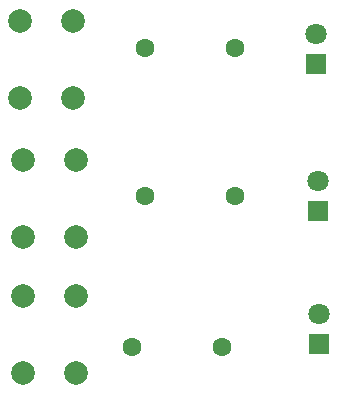
<source format=gbs>
G04 #@! TF.GenerationSoftware,KiCad,Pcbnew,9.0.2*
G04 #@! TF.CreationDate,2025-05-20T16:04:07-06:00*
G04 #@! TF.ProjectId,test_kicad,74657374-5f6b-4696-9361-642e6b696361,rev?*
G04 #@! TF.SameCoordinates,Original*
G04 #@! TF.FileFunction,Soldermask,Bot*
G04 #@! TF.FilePolarity,Negative*
%FSLAX46Y46*%
G04 Gerber Fmt 4.6, Leading zero omitted, Abs format (unit mm)*
G04 Created by KiCad (PCBNEW 9.0.2) date 2025-05-20 16:04:07*
%MOMM*%
%LPD*%
G01*
G04 APERTURE LIST*
%ADD10C,1.800000*%
%ADD11R,1.800000X1.800000*%
%ADD12C,2.000000*%
%ADD13C,1.600000*%
G04 APERTURE END LIST*
D10*
G04 #@! TO.C,D1*
X157800000Y-54800000D03*
D11*
X157800000Y-57340000D03*
G04 #@! TD*
D12*
G04 #@! TO.C,SW3*
X133000000Y-83500000D03*
X133000000Y-77000000D03*
X137500000Y-83500000D03*
X137500000Y-77000000D03*
G04 #@! TD*
D13*
G04 #@! TO.C,R3*
X149860000Y-81280000D03*
X142240000Y-81280000D03*
G04 #@! TD*
D12*
G04 #@! TO.C,SW2*
X133000000Y-72000000D03*
X133000000Y-65500000D03*
X137500000Y-72000000D03*
X137500000Y-65500000D03*
G04 #@! TD*
D13*
G04 #@! TO.C,R1*
X151000000Y-56000000D03*
X143380000Y-56000000D03*
G04 #@! TD*
D11*
G04 #@! TO.C,D2*
X158000000Y-69775000D03*
D10*
X158000000Y-67235000D03*
G04 #@! TD*
D13*
G04 #@! TO.C,R2*
X151000000Y-68500000D03*
X143380000Y-68500000D03*
G04 #@! TD*
D12*
G04 #@! TO.C,SW1*
X132750000Y-60250000D03*
X132750000Y-53750000D03*
X137250000Y-60250000D03*
X137250000Y-53750000D03*
G04 #@! TD*
D11*
G04 #@! TO.C,D3*
X158080000Y-81050000D03*
D10*
X158080000Y-78510000D03*
G04 #@! TD*
M02*

</source>
